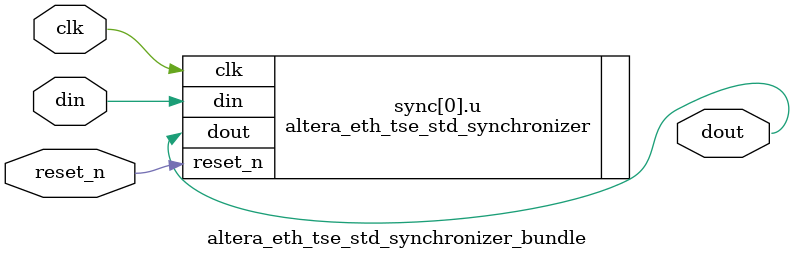
<source format=v>



`timescale 1 ps / 1 ps
module altera_eth_tse_std_synchronizer_bundle  (
                                        clk,
                                        reset_n,
                                        din,
                                        dout
                                        );
    // GLOBAL PARAMETER DECLARATION
    parameter width = 1;
    parameter depth = 3;   
   
    // INPUT PORT DECLARATION
    input clk;
    input reset_n;
    input [width-1:0] din;

    // OUTPUT PORT DECLARATION
    output [width-1:0] dout;
   
    generate
        genvar i;
        for (i=0; i<width; i=i+1)
        begin : sync
            altera_eth_tse_std_synchronizer #(.depth(depth))
                                    u  (
                                        .clk(clk), 
                                        .reset_n(reset_n), 
                                        .din(din[i]), 
                                        .dout(dout[i])
                                        );
        end
    endgenerate
   
endmodule // altera_eth_tse_std_synchronizer_bundle
// END OF MODULE

</source>
